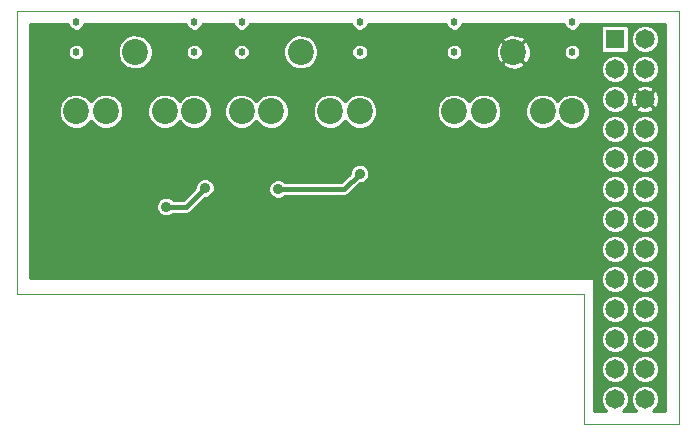
<source format=gbl>
%FSLAX34Y34*%
G04 Gerber Fmt 3.4, Leading zero omitted, Abs format*
G04 (created by PCBNEW (2014-05-22 BZR 4881)-product) date Fri 30 May 2014 08:08:43 PM EDT*
%MOIN*%
G01*
G70*
G90*
G04 APERTURE LIST*
%ADD10C,0.003937*%
%ADD11R,0.064961X0.064961*%
%ADD12C,0.064961*%
%ADD13C,0.024606*%
%ADD14C,0.086614*%
%ADD15C,0.035000*%
%ADD16C,0.015748*%
%ADD17C,0.010000*%
G04 APERTURE END LIST*
G54D10*
X58267Y-48818D02*
X39370Y-48818D01*
X58267Y-53149D02*
X58267Y-48818D01*
X61417Y-53149D02*
X58267Y-53149D01*
X61417Y-39370D02*
X61417Y-53149D01*
X39370Y-39370D02*
X39370Y-48818D01*
X39370Y-39370D02*
X61417Y-39370D01*
G54D11*
X59291Y-40314D03*
G54D12*
X60291Y-40314D03*
X59291Y-41314D03*
X60291Y-41314D03*
X59291Y-42314D03*
X60291Y-42314D03*
X59291Y-43314D03*
X60291Y-43314D03*
X59291Y-44314D03*
X60291Y-44314D03*
X59291Y-45314D03*
X60291Y-45314D03*
X59291Y-46314D03*
X60291Y-46314D03*
X59291Y-47314D03*
X60291Y-47314D03*
X59291Y-48314D03*
X60291Y-48314D03*
X59291Y-49314D03*
X60291Y-49314D03*
X59291Y-50314D03*
X60291Y-50314D03*
X59291Y-51314D03*
X60291Y-51314D03*
X59291Y-52314D03*
X60291Y-52314D03*
G54D13*
X50787Y-39763D03*
X50787Y-40748D03*
X46850Y-39763D03*
X46850Y-40748D03*
G54D14*
X48818Y-40748D03*
X46850Y-42716D03*
X50787Y-42716D03*
X47834Y-42716D03*
X49803Y-42716D03*
G54D13*
X57874Y-39763D03*
X57874Y-40748D03*
X53937Y-39763D03*
X53937Y-40748D03*
G54D14*
X55905Y-40748D03*
X53937Y-42716D03*
X57874Y-42716D03*
X54921Y-42716D03*
X56889Y-42716D03*
G54D13*
X45275Y-39763D03*
X45275Y-40748D03*
X41338Y-39763D03*
X41338Y-40748D03*
G54D14*
X43307Y-40748D03*
X41338Y-42716D03*
X45275Y-42716D03*
X42322Y-42716D03*
X44291Y-42716D03*
G54D15*
X56299Y-43543D03*
X50275Y-44370D03*
X44803Y-44409D03*
X44330Y-45905D03*
X45629Y-45275D03*
X50787Y-44803D03*
X48070Y-45314D03*
G54D16*
X45000Y-45905D02*
X45629Y-45275D01*
X44330Y-45905D02*
X45000Y-45905D01*
X50275Y-45314D02*
X48070Y-45314D01*
X50787Y-44803D02*
X50275Y-45314D01*
G54D17*
G36*
X60973Y-52705D02*
X60768Y-52705D01*
X60768Y-42234D01*
X60766Y-42227D01*
X60766Y-41220D01*
X60766Y-40220D01*
X60694Y-40046D01*
X60560Y-39912D01*
X60386Y-39840D01*
X60197Y-39840D01*
X60022Y-39912D01*
X59889Y-40045D01*
X59816Y-40220D01*
X59816Y-40408D01*
X59888Y-40583D01*
X60022Y-40717D01*
X60196Y-40789D01*
X60385Y-40789D01*
X60559Y-40717D01*
X60693Y-40584D01*
X60766Y-40409D01*
X60766Y-40220D01*
X60766Y-41220D01*
X60694Y-41046D01*
X60560Y-40912D01*
X60386Y-40840D01*
X60197Y-40840D01*
X60022Y-40912D01*
X59889Y-41045D01*
X59816Y-41220D01*
X59816Y-41408D01*
X59888Y-41583D01*
X60022Y-41717D01*
X60196Y-41789D01*
X60385Y-41789D01*
X60559Y-41717D01*
X60693Y-41584D01*
X60766Y-41409D01*
X60766Y-41220D01*
X60766Y-42227D01*
X60701Y-42057D01*
X60685Y-42034D01*
X60610Y-42002D01*
X60603Y-42009D01*
X60603Y-41995D01*
X60571Y-41920D01*
X60399Y-41843D01*
X60210Y-41837D01*
X60034Y-41904D01*
X60010Y-41920D01*
X59979Y-41995D01*
X60291Y-42307D01*
X60603Y-41995D01*
X60603Y-42009D01*
X60298Y-42314D01*
X60610Y-42627D01*
X60685Y-42595D01*
X60763Y-42423D01*
X60768Y-42234D01*
X60768Y-52705D01*
X60571Y-52705D01*
X60693Y-52584D01*
X60766Y-52409D01*
X60766Y-52220D01*
X60766Y-51220D01*
X60766Y-50220D01*
X60766Y-49220D01*
X60766Y-48220D01*
X60766Y-47220D01*
X60766Y-46220D01*
X60766Y-45220D01*
X60766Y-44220D01*
X60766Y-43220D01*
X60694Y-43046D01*
X60603Y-42955D01*
X60603Y-42634D01*
X60291Y-42322D01*
X60284Y-42329D01*
X60284Y-42314D01*
X59972Y-42002D01*
X59896Y-42034D01*
X59819Y-42206D01*
X59814Y-42395D01*
X59881Y-42572D01*
X59896Y-42595D01*
X59972Y-42627D01*
X60284Y-42314D01*
X60284Y-42329D01*
X59979Y-42634D01*
X60010Y-42709D01*
X60183Y-42786D01*
X60372Y-42792D01*
X60548Y-42725D01*
X60571Y-42709D01*
X60603Y-42634D01*
X60603Y-42955D01*
X60560Y-42912D01*
X60386Y-42840D01*
X60197Y-42840D01*
X60022Y-42912D01*
X59889Y-43045D01*
X59816Y-43220D01*
X59816Y-43408D01*
X59888Y-43583D01*
X60022Y-43717D01*
X60196Y-43789D01*
X60385Y-43789D01*
X60559Y-43717D01*
X60693Y-43584D01*
X60766Y-43409D01*
X60766Y-43220D01*
X60766Y-44220D01*
X60694Y-44046D01*
X60560Y-43912D01*
X60386Y-43840D01*
X60197Y-43840D01*
X60022Y-43912D01*
X59889Y-44045D01*
X59816Y-44220D01*
X59816Y-44408D01*
X59888Y-44583D01*
X60022Y-44717D01*
X60196Y-44789D01*
X60385Y-44789D01*
X60559Y-44717D01*
X60693Y-44584D01*
X60766Y-44409D01*
X60766Y-44220D01*
X60766Y-45220D01*
X60694Y-45046D01*
X60560Y-44912D01*
X60386Y-44840D01*
X60197Y-44840D01*
X60022Y-44912D01*
X59889Y-45045D01*
X59816Y-45220D01*
X59816Y-45408D01*
X59888Y-45583D01*
X60022Y-45717D01*
X60196Y-45789D01*
X60385Y-45789D01*
X60559Y-45717D01*
X60693Y-45584D01*
X60766Y-45409D01*
X60766Y-45220D01*
X60766Y-46220D01*
X60694Y-46046D01*
X60560Y-45912D01*
X60386Y-45840D01*
X60197Y-45840D01*
X60022Y-45912D01*
X59889Y-46045D01*
X59816Y-46220D01*
X59816Y-46408D01*
X59888Y-46583D01*
X60022Y-46717D01*
X60196Y-46789D01*
X60385Y-46789D01*
X60559Y-46717D01*
X60693Y-46584D01*
X60766Y-46409D01*
X60766Y-46220D01*
X60766Y-47220D01*
X60694Y-47046D01*
X60560Y-46912D01*
X60386Y-46840D01*
X60197Y-46840D01*
X60022Y-46912D01*
X59889Y-47045D01*
X59816Y-47220D01*
X59816Y-47408D01*
X59888Y-47583D01*
X60022Y-47717D01*
X60196Y-47789D01*
X60385Y-47789D01*
X60559Y-47717D01*
X60693Y-47584D01*
X60766Y-47409D01*
X60766Y-47220D01*
X60766Y-48220D01*
X60694Y-48046D01*
X60560Y-47912D01*
X60386Y-47840D01*
X60197Y-47840D01*
X60022Y-47912D01*
X59889Y-48045D01*
X59816Y-48220D01*
X59816Y-48408D01*
X59888Y-48583D01*
X60022Y-48717D01*
X60196Y-48789D01*
X60385Y-48789D01*
X60559Y-48717D01*
X60693Y-48584D01*
X60766Y-48409D01*
X60766Y-48220D01*
X60766Y-49220D01*
X60694Y-49046D01*
X60560Y-48912D01*
X60386Y-48840D01*
X60197Y-48840D01*
X60022Y-48912D01*
X59889Y-49045D01*
X59816Y-49220D01*
X59816Y-49408D01*
X59888Y-49583D01*
X60022Y-49717D01*
X60196Y-49789D01*
X60385Y-49789D01*
X60559Y-49717D01*
X60693Y-49584D01*
X60766Y-49409D01*
X60766Y-49220D01*
X60766Y-50220D01*
X60694Y-50046D01*
X60560Y-49912D01*
X60386Y-49840D01*
X60197Y-49840D01*
X60022Y-49912D01*
X59889Y-50045D01*
X59816Y-50220D01*
X59816Y-50408D01*
X59888Y-50583D01*
X60022Y-50717D01*
X60196Y-50789D01*
X60385Y-50789D01*
X60559Y-50717D01*
X60693Y-50584D01*
X60766Y-50409D01*
X60766Y-50220D01*
X60766Y-51220D01*
X60694Y-51046D01*
X60560Y-50912D01*
X60386Y-50840D01*
X60197Y-50840D01*
X60022Y-50912D01*
X59889Y-51045D01*
X59816Y-51220D01*
X59816Y-51408D01*
X59888Y-51583D01*
X60022Y-51717D01*
X60196Y-51789D01*
X60385Y-51789D01*
X60559Y-51717D01*
X60693Y-51584D01*
X60766Y-51409D01*
X60766Y-51220D01*
X60766Y-52220D01*
X60694Y-52046D01*
X60560Y-51912D01*
X60386Y-51840D01*
X60197Y-51840D01*
X60022Y-51912D01*
X59889Y-52045D01*
X59816Y-52220D01*
X59816Y-52408D01*
X59888Y-52583D01*
X60010Y-52705D01*
X59571Y-52705D01*
X59693Y-52584D01*
X59766Y-52409D01*
X59766Y-52220D01*
X59766Y-51220D01*
X59766Y-50220D01*
X59766Y-49220D01*
X59766Y-48220D01*
X59766Y-47220D01*
X59766Y-46220D01*
X59766Y-45220D01*
X59766Y-44220D01*
X59766Y-43220D01*
X59766Y-42220D01*
X59766Y-41220D01*
X59766Y-41220D01*
X59766Y-40669D01*
X59766Y-40609D01*
X59766Y-39960D01*
X59743Y-39905D01*
X59701Y-39862D01*
X59645Y-39840D01*
X59586Y-39840D01*
X58936Y-39840D01*
X58881Y-39862D01*
X58839Y-39905D01*
X58816Y-39960D01*
X58816Y-40019D01*
X58816Y-40669D01*
X58839Y-40724D01*
X58881Y-40766D01*
X58936Y-40789D01*
X58996Y-40789D01*
X59645Y-40789D01*
X59701Y-40766D01*
X59743Y-40724D01*
X59766Y-40669D01*
X59766Y-41220D01*
X59694Y-41046D01*
X59560Y-40912D01*
X59386Y-40840D01*
X59197Y-40840D01*
X59022Y-40912D01*
X58889Y-41045D01*
X58816Y-41220D01*
X58816Y-41408D01*
X58888Y-41583D01*
X59022Y-41717D01*
X59196Y-41789D01*
X59385Y-41789D01*
X59559Y-41717D01*
X59693Y-41584D01*
X59766Y-41409D01*
X59766Y-41220D01*
X59766Y-42220D01*
X59694Y-42046D01*
X59560Y-41912D01*
X59386Y-41840D01*
X59197Y-41840D01*
X59022Y-41912D01*
X58889Y-42045D01*
X58816Y-42220D01*
X58816Y-42408D01*
X58888Y-42583D01*
X59022Y-42717D01*
X59196Y-42789D01*
X59385Y-42789D01*
X59559Y-42717D01*
X59693Y-42584D01*
X59766Y-42409D01*
X59766Y-42220D01*
X59766Y-43220D01*
X59694Y-43046D01*
X59560Y-42912D01*
X59386Y-42840D01*
X59197Y-42840D01*
X59022Y-42912D01*
X58889Y-43045D01*
X58816Y-43220D01*
X58816Y-43408D01*
X58888Y-43583D01*
X59022Y-43717D01*
X59196Y-43789D01*
X59385Y-43789D01*
X59559Y-43717D01*
X59693Y-43584D01*
X59766Y-43409D01*
X59766Y-43220D01*
X59766Y-44220D01*
X59694Y-44046D01*
X59560Y-43912D01*
X59386Y-43840D01*
X59197Y-43840D01*
X59022Y-43912D01*
X58889Y-44045D01*
X58816Y-44220D01*
X58816Y-44408D01*
X58888Y-44583D01*
X59022Y-44717D01*
X59196Y-44789D01*
X59385Y-44789D01*
X59559Y-44717D01*
X59693Y-44584D01*
X59766Y-44409D01*
X59766Y-44220D01*
X59766Y-45220D01*
X59694Y-45046D01*
X59560Y-44912D01*
X59386Y-44840D01*
X59197Y-44840D01*
X59022Y-44912D01*
X58889Y-45045D01*
X58816Y-45220D01*
X58816Y-45408D01*
X58888Y-45583D01*
X59022Y-45717D01*
X59196Y-45789D01*
X59385Y-45789D01*
X59559Y-45717D01*
X59693Y-45584D01*
X59766Y-45409D01*
X59766Y-45220D01*
X59766Y-46220D01*
X59694Y-46046D01*
X59560Y-45912D01*
X59386Y-45840D01*
X59197Y-45840D01*
X59022Y-45912D01*
X58889Y-46045D01*
X58816Y-46220D01*
X58816Y-46408D01*
X58888Y-46583D01*
X59022Y-46717D01*
X59196Y-46789D01*
X59385Y-46789D01*
X59559Y-46717D01*
X59693Y-46584D01*
X59766Y-46409D01*
X59766Y-46220D01*
X59766Y-47220D01*
X59694Y-47046D01*
X59560Y-46912D01*
X59386Y-46840D01*
X59197Y-46840D01*
X59022Y-46912D01*
X58889Y-47045D01*
X58816Y-47220D01*
X58816Y-47408D01*
X58888Y-47583D01*
X59022Y-47717D01*
X59196Y-47789D01*
X59385Y-47789D01*
X59559Y-47717D01*
X59693Y-47584D01*
X59766Y-47409D01*
X59766Y-47220D01*
X59766Y-48220D01*
X59694Y-48046D01*
X59560Y-47912D01*
X59386Y-47840D01*
X59197Y-47840D01*
X59022Y-47912D01*
X58889Y-48045D01*
X58816Y-48220D01*
X58816Y-48408D01*
X58888Y-48583D01*
X59022Y-48717D01*
X59196Y-48789D01*
X59385Y-48789D01*
X59559Y-48717D01*
X59693Y-48584D01*
X59766Y-48409D01*
X59766Y-48220D01*
X59766Y-49220D01*
X59694Y-49046D01*
X59560Y-48912D01*
X59386Y-48840D01*
X59197Y-48840D01*
X59022Y-48912D01*
X58889Y-49045D01*
X58816Y-49220D01*
X58816Y-49408D01*
X58888Y-49583D01*
X59022Y-49717D01*
X59196Y-49789D01*
X59385Y-49789D01*
X59559Y-49717D01*
X59693Y-49584D01*
X59766Y-49409D01*
X59766Y-49220D01*
X59766Y-50220D01*
X59694Y-50046D01*
X59560Y-49912D01*
X59386Y-49840D01*
X59197Y-49840D01*
X59022Y-49912D01*
X58889Y-50045D01*
X58816Y-50220D01*
X58816Y-50408D01*
X58888Y-50583D01*
X59022Y-50717D01*
X59196Y-50789D01*
X59385Y-50789D01*
X59559Y-50717D01*
X59693Y-50584D01*
X59766Y-50409D01*
X59766Y-50220D01*
X59766Y-51220D01*
X59694Y-51046D01*
X59560Y-50912D01*
X59386Y-50840D01*
X59197Y-50840D01*
X59022Y-50912D01*
X58889Y-51045D01*
X58816Y-51220D01*
X58816Y-51408D01*
X58888Y-51583D01*
X59022Y-51717D01*
X59196Y-51789D01*
X59385Y-51789D01*
X59559Y-51717D01*
X59693Y-51584D01*
X59766Y-51409D01*
X59766Y-51220D01*
X59766Y-52220D01*
X59694Y-52046D01*
X59560Y-51912D01*
X59386Y-51840D01*
X59197Y-51840D01*
X59022Y-51912D01*
X58889Y-52045D01*
X58816Y-52220D01*
X58816Y-52408D01*
X58888Y-52583D01*
X59010Y-52705D01*
X58593Y-52705D01*
X58593Y-48296D01*
X58457Y-48296D01*
X58457Y-42601D01*
X58368Y-42386D01*
X58204Y-42222D01*
X58147Y-42198D01*
X58147Y-40693D01*
X58105Y-40593D01*
X58028Y-40516D01*
X57928Y-40475D01*
X57819Y-40474D01*
X57719Y-40516D01*
X57642Y-40593D01*
X57601Y-40693D01*
X57600Y-40802D01*
X57642Y-40902D01*
X57719Y-40979D01*
X57819Y-41021D01*
X57928Y-41021D01*
X58028Y-40979D01*
X58105Y-40902D01*
X58146Y-40802D01*
X58147Y-40693D01*
X58147Y-42198D01*
X57990Y-42133D01*
X57758Y-42133D01*
X57544Y-42221D01*
X57381Y-42384D01*
X57220Y-42222D01*
X57006Y-42133D01*
X56774Y-42133D01*
X56559Y-42221D01*
X56491Y-42289D01*
X56491Y-40650D01*
X56409Y-40433D01*
X56389Y-40402D01*
X56302Y-40357D01*
X56295Y-40364D01*
X56295Y-40350D01*
X56250Y-40264D01*
X56039Y-40168D01*
X55807Y-40161D01*
X55590Y-40243D01*
X55560Y-40264D01*
X55515Y-40350D01*
X55905Y-40740D01*
X56295Y-40350D01*
X56295Y-40364D01*
X55912Y-40748D01*
X56302Y-41138D01*
X56389Y-41093D01*
X56484Y-40881D01*
X56491Y-40650D01*
X56491Y-42289D01*
X56395Y-42385D01*
X56306Y-42600D01*
X56306Y-42832D01*
X56395Y-43046D01*
X56559Y-43210D01*
X56773Y-43299D01*
X57005Y-43299D01*
X57219Y-43211D01*
X57382Y-43048D01*
X57543Y-43210D01*
X57757Y-43299D01*
X57989Y-43299D01*
X58203Y-43211D01*
X58368Y-43047D01*
X58456Y-42833D01*
X58457Y-42601D01*
X58457Y-48296D01*
X56295Y-48296D01*
X56295Y-41145D01*
X55905Y-40755D01*
X55898Y-40762D01*
X55898Y-40748D01*
X55508Y-40357D01*
X55421Y-40402D01*
X55326Y-40614D01*
X55319Y-40845D01*
X55401Y-41062D01*
X55421Y-41093D01*
X55508Y-41138D01*
X55898Y-40748D01*
X55898Y-40762D01*
X55515Y-41145D01*
X55560Y-41231D01*
X55771Y-41327D01*
X56003Y-41334D01*
X56220Y-41252D01*
X56250Y-41231D01*
X56295Y-41145D01*
X56295Y-48296D01*
X55504Y-48296D01*
X55504Y-42601D01*
X55415Y-42386D01*
X55251Y-42222D01*
X55037Y-42133D01*
X54805Y-42133D01*
X54591Y-42221D01*
X54428Y-42384D01*
X54267Y-42222D01*
X54210Y-42198D01*
X54210Y-40693D01*
X54168Y-40593D01*
X54091Y-40516D01*
X53991Y-40475D01*
X53882Y-40474D01*
X53782Y-40516D01*
X53705Y-40593D01*
X53664Y-40693D01*
X53663Y-40802D01*
X53705Y-40902D01*
X53782Y-40979D01*
X53882Y-41021D01*
X53991Y-41021D01*
X54091Y-40979D01*
X54168Y-40902D01*
X54209Y-40802D01*
X54210Y-40693D01*
X54210Y-42198D01*
X54053Y-42133D01*
X53821Y-42133D01*
X53607Y-42221D01*
X53442Y-42385D01*
X53354Y-42600D01*
X53353Y-42832D01*
X53442Y-43046D01*
X53606Y-43210D01*
X53820Y-43299D01*
X54052Y-43299D01*
X54266Y-43211D01*
X54429Y-43048D01*
X54590Y-43210D01*
X54804Y-43299D01*
X55036Y-43299D01*
X55251Y-43211D01*
X55415Y-43047D01*
X55504Y-42833D01*
X55504Y-42601D01*
X55504Y-48296D01*
X51370Y-48296D01*
X51370Y-42601D01*
X51281Y-42386D01*
X51118Y-42222D01*
X51060Y-42198D01*
X51060Y-40693D01*
X51019Y-40593D01*
X50942Y-40516D01*
X50841Y-40475D01*
X50733Y-40474D01*
X50632Y-40516D01*
X50556Y-40593D01*
X50514Y-40693D01*
X50514Y-40802D01*
X50555Y-40902D01*
X50632Y-40979D01*
X50732Y-41021D01*
X50841Y-41021D01*
X50941Y-40979D01*
X51018Y-40902D01*
X51060Y-40802D01*
X51060Y-40693D01*
X51060Y-42198D01*
X50903Y-42133D01*
X50671Y-42133D01*
X50457Y-42221D01*
X50295Y-42384D01*
X50133Y-42222D01*
X49919Y-42133D01*
X49687Y-42133D01*
X49473Y-42221D01*
X49402Y-42293D01*
X49402Y-40632D01*
X49313Y-40418D01*
X49149Y-40254D01*
X48935Y-40165D01*
X48703Y-40164D01*
X48489Y-40253D01*
X48324Y-40417D01*
X48235Y-40631D01*
X48235Y-40863D01*
X48324Y-41077D01*
X48488Y-41242D01*
X48702Y-41331D01*
X48934Y-41331D01*
X49148Y-41242D01*
X49312Y-41078D01*
X49401Y-40864D01*
X49402Y-40632D01*
X49402Y-42293D01*
X49309Y-42385D01*
X49220Y-42600D01*
X49219Y-42832D01*
X49308Y-43046D01*
X49472Y-43210D01*
X49686Y-43299D01*
X49918Y-43299D01*
X50133Y-43211D01*
X50295Y-43048D01*
X50456Y-43210D01*
X50670Y-43299D01*
X50902Y-43299D01*
X51117Y-43211D01*
X51281Y-43047D01*
X51370Y-42833D01*
X51370Y-42601D01*
X51370Y-48296D01*
X51112Y-48296D01*
X51112Y-44738D01*
X51063Y-44619D01*
X50971Y-44527D01*
X50852Y-44478D01*
X50723Y-44478D01*
X50603Y-44527D01*
X50512Y-44618D01*
X50462Y-44738D01*
X50462Y-44804D01*
X50180Y-45086D01*
X48417Y-45086D01*
X48417Y-42601D01*
X48329Y-42386D01*
X48165Y-42222D01*
X47951Y-42133D01*
X47719Y-42133D01*
X47504Y-42221D01*
X47342Y-42384D01*
X47181Y-42222D01*
X47123Y-42198D01*
X47123Y-40693D01*
X47081Y-40593D01*
X47005Y-40516D01*
X46904Y-40475D01*
X46796Y-40474D01*
X46695Y-40516D01*
X46619Y-40593D01*
X46577Y-40693D01*
X46577Y-40802D01*
X46618Y-40902D01*
X46695Y-40979D01*
X46795Y-41021D01*
X46904Y-41021D01*
X47004Y-40979D01*
X47081Y-40902D01*
X47123Y-40802D01*
X47123Y-40693D01*
X47123Y-42198D01*
X46966Y-42133D01*
X46734Y-42133D01*
X46520Y-42221D01*
X46356Y-42385D01*
X46267Y-42600D01*
X46267Y-42832D01*
X46355Y-43046D01*
X46519Y-43210D01*
X46733Y-43299D01*
X46965Y-43299D01*
X47180Y-43211D01*
X47342Y-43048D01*
X47503Y-43210D01*
X47718Y-43299D01*
X47950Y-43299D01*
X48164Y-43211D01*
X48328Y-43047D01*
X48417Y-42833D01*
X48417Y-42601D01*
X48417Y-45086D01*
X48301Y-45086D01*
X48255Y-45039D01*
X48135Y-44990D01*
X48006Y-44989D01*
X47887Y-45039D01*
X47795Y-45130D01*
X47745Y-45250D01*
X47745Y-45379D01*
X47795Y-45498D01*
X47886Y-45590D01*
X48005Y-45639D01*
X48135Y-45640D01*
X48254Y-45590D01*
X48301Y-45543D01*
X50275Y-45543D01*
X50363Y-45526D01*
X50437Y-45476D01*
X50785Y-45128D01*
X50851Y-45128D01*
X50971Y-45078D01*
X51062Y-44987D01*
X51112Y-44868D01*
X51112Y-44738D01*
X51112Y-48296D01*
X45954Y-48296D01*
X45954Y-45211D01*
X45905Y-45091D01*
X45858Y-45044D01*
X45858Y-42601D01*
X45770Y-42386D01*
X45606Y-42222D01*
X45548Y-42198D01*
X45548Y-40693D01*
X45507Y-40593D01*
X45430Y-40516D01*
X45330Y-40475D01*
X45221Y-40474D01*
X45121Y-40516D01*
X45044Y-40593D01*
X45002Y-40693D01*
X45002Y-40802D01*
X45043Y-40902D01*
X45120Y-40979D01*
X45221Y-41021D01*
X45329Y-41021D01*
X45430Y-40979D01*
X45506Y-40902D01*
X45548Y-40802D01*
X45548Y-40693D01*
X45548Y-42198D01*
X45392Y-42133D01*
X45160Y-42133D01*
X44945Y-42221D01*
X44783Y-42384D01*
X44622Y-42222D01*
X44407Y-42133D01*
X44175Y-42133D01*
X43961Y-42221D01*
X43890Y-42293D01*
X43890Y-40632D01*
X43801Y-40418D01*
X43637Y-40254D01*
X43423Y-40165D01*
X43191Y-40164D01*
X42977Y-40253D01*
X42813Y-40417D01*
X42724Y-40631D01*
X42723Y-40863D01*
X42812Y-41077D01*
X42976Y-41242D01*
X43190Y-41331D01*
X43422Y-41331D01*
X43636Y-41242D01*
X43801Y-41078D01*
X43890Y-40864D01*
X43890Y-40632D01*
X43890Y-42293D01*
X43797Y-42385D01*
X43708Y-42600D01*
X43708Y-42832D01*
X43796Y-43046D01*
X43960Y-43210D01*
X44174Y-43299D01*
X44406Y-43299D01*
X44621Y-43211D01*
X44783Y-43048D01*
X44944Y-43210D01*
X45159Y-43299D01*
X45391Y-43299D01*
X45605Y-43211D01*
X45769Y-43047D01*
X45858Y-42833D01*
X45858Y-42601D01*
X45858Y-45044D01*
X45814Y-45000D01*
X45694Y-44950D01*
X45565Y-44950D01*
X45446Y-44999D01*
X45354Y-45091D01*
X45304Y-45210D01*
X45304Y-45277D01*
X44905Y-45676D01*
X44561Y-45676D01*
X44515Y-45630D01*
X44395Y-45580D01*
X44266Y-45580D01*
X44146Y-45629D01*
X44055Y-45721D01*
X44005Y-45840D01*
X44005Y-45969D01*
X44055Y-46089D01*
X44146Y-46180D01*
X44265Y-46230D01*
X44395Y-46230D01*
X44514Y-46181D01*
X44561Y-46134D01*
X45000Y-46134D01*
X45087Y-46116D01*
X45161Y-46067D01*
X45628Y-45600D01*
X45694Y-45600D01*
X45813Y-45551D01*
X45905Y-45459D01*
X45954Y-45340D01*
X45954Y-45211D01*
X45954Y-48296D01*
X42906Y-48296D01*
X42906Y-42601D01*
X42817Y-42386D01*
X42653Y-42222D01*
X42439Y-42133D01*
X42207Y-42133D01*
X41992Y-42221D01*
X41830Y-42384D01*
X41669Y-42222D01*
X41611Y-42198D01*
X41611Y-40693D01*
X41570Y-40593D01*
X41493Y-40516D01*
X41393Y-40475D01*
X41284Y-40474D01*
X41184Y-40516D01*
X41107Y-40593D01*
X41065Y-40693D01*
X41065Y-40802D01*
X41106Y-40902D01*
X41183Y-40979D01*
X41284Y-41021D01*
X41392Y-41021D01*
X41493Y-40979D01*
X41569Y-40902D01*
X41611Y-40802D01*
X41611Y-40693D01*
X41611Y-42198D01*
X41455Y-42133D01*
X41223Y-42133D01*
X41008Y-42221D01*
X40844Y-42385D01*
X40755Y-42600D01*
X40755Y-42832D01*
X40843Y-43046D01*
X41007Y-43210D01*
X41222Y-43299D01*
X41454Y-43299D01*
X41668Y-43211D01*
X41830Y-43048D01*
X41992Y-43210D01*
X42206Y-43299D01*
X42438Y-43299D01*
X42652Y-43211D01*
X42816Y-43047D01*
X42905Y-42833D01*
X42906Y-42601D01*
X42906Y-48296D01*
X39813Y-48296D01*
X39813Y-39813D01*
X41065Y-39813D01*
X41065Y-39817D01*
X41106Y-39918D01*
X41183Y-39995D01*
X41284Y-40036D01*
X41392Y-40036D01*
X41493Y-39995D01*
X41569Y-39918D01*
X41611Y-39818D01*
X41611Y-39813D01*
X45002Y-39813D01*
X45002Y-39817D01*
X45043Y-39918D01*
X45120Y-39995D01*
X45221Y-40036D01*
X45329Y-40036D01*
X45430Y-39995D01*
X45506Y-39918D01*
X45548Y-39818D01*
X45548Y-39813D01*
X46577Y-39813D01*
X46577Y-39817D01*
X46618Y-39918D01*
X46695Y-39995D01*
X46795Y-40036D01*
X46904Y-40036D01*
X47004Y-39995D01*
X47081Y-39918D01*
X47123Y-39818D01*
X47123Y-39813D01*
X50514Y-39813D01*
X50514Y-39817D01*
X50555Y-39918D01*
X50632Y-39995D01*
X50732Y-40036D01*
X50841Y-40036D01*
X50941Y-39995D01*
X51018Y-39918D01*
X51060Y-39818D01*
X51060Y-39813D01*
X53663Y-39813D01*
X53663Y-39817D01*
X53705Y-39918D01*
X53782Y-39995D01*
X53882Y-40036D01*
X53991Y-40036D01*
X54091Y-39995D01*
X54168Y-39918D01*
X54209Y-39818D01*
X54209Y-39813D01*
X57600Y-39813D01*
X57600Y-39817D01*
X57642Y-39918D01*
X57719Y-39995D01*
X57819Y-40036D01*
X57928Y-40036D01*
X58028Y-39995D01*
X58105Y-39918D01*
X58146Y-39818D01*
X58147Y-39813D01*
X60973Y-39813D01*
X60973Y-52705D01*
X60973Y-52705D01*
G37*
X60973Y-52705D02*
X60768Y-52705D01*
X60768Y-42234D01*
X60766Y-42227D01*
X60766Y-41220D01*
X60766Y-40220D01*
X60694Y-40046D01*
X60560Y-39912D01*
X60386Y-39840D01*
X60197Y-39840D01*
X60022Y-39912D01*
X59889Y-40045D01*
X59816Y-40220D01*
X59816Y-40408D01*
X59888Y-40583D01*
X60022Y-40717D01*
X60196Y-40789D01*
X60385Y-40789D01*
X60559Y-40717D01*
X60693Y-40584D01*
X60766Y-40409D01*
X60766Y-40220D01*
X60766Y-41220D01*
X60694Y-41046D01*
X60560Y-40912D01*
X60386Y-40840D01*
X60197Y-40840D01*
X60022Y-40912D01*
X59889Y-41045D01*
X59816Y-41220D01*
X59816Y-41408D01*
X59888Y-41583D01*
X60022Y-41717D01*
X60196Y-41789D01*
X60385Y-41789D01*
X60559Y-41717D01*
X60693Y-41584D01*
X60766Y-41409D01*
X60766Y-41220D01*
X60766Y-42227D01*
X60701Y-42057D01*
X60685Y-42034D01*
X60610Y-42002D01*
X60603Y-42009D01*
X60603Y-41995D01*
X60571Y-41920D01*
X60399Y-41843D01*
X60210Y-41837D01*
X60034Y-41904D01*
X60010Y-41920D01*
X59979Y-41995D01*
X60291Y-42307D01*
X60603Y-41995D01*
X60603Y-42009D01*
X60298Y-42314D01*
X60610Y-42627D01*
X60685Y-42595D01*
X60763Y-42423D01*
X60768Y-42234D01*
X60768Y-52705D01*
X60571Y-52705D01*
X60693Y-52584D01*
X60766Y-52409D01*
X60766Y-52220D01*
X60766Y-51220D01*
X60766Y-50220D01*
X60766Y-49220D01*
X60766Y-48220D01*
X60766Y-47220D01*
X60766Y-46220D01*
X60766Y-45220D01*
X60766Y-44220D01*
X60766Y-43220D01*
X60694Y-43046D01*
X60603Y-42955D01*
X60603Y-42634D01*
X60291Y-42322D01*
X60284Y-42329D01*
X60284Y-42314D01*
X59972Y-42002D01*
X59896Y-42034D01*
X59819Y-42206D01*
X59814Y-42395D01*
X59881Y-42572D01*
X59896Y-42595D01*
X59972Y-42627D01*
X60284Y-42314D01*
X60284Y-42329D01*
X59979Y-42634D01*
X60010Y-42709D01*
X60183Y-42786D01*
X60372Y-42792D01*
X60548Y-42725D01*
X60571Y-42709D01*
X60603Y-42634D01*
X60603Y-42955D01*
X60560Y-42912D01*
X60386Y-42840D01*
X60197Y-42840D01*
X60022Y-42912D01*
X59889Y-43045D01*
X59816Y-43220D01*
X59816Y-43408D01*
X59888Y-43583D01*
X60022Y-43717D01*
X60196Y-43789D01*
X60385Y-43789D01*
X60559Y-43717D01*
X60693Y-43584D01*
X60766Y-43409D01*
X60766Y-43220D01*
X60766Y-44220D01*
X60694Y-44046D01*
X60560Y-43912D01*
X60386Y-43840D01*
X60197Y-43840D01*
X60022Y-43912D01*
X59889Y-44045D01*
X59816Y-44220D01*
X59816Y-44408D01*
X59888Y-44583D01*
X60022Y-44717D01*
X60196Y-44789D01*
X60385Y-44789D01*
X60559Y-44717D01*
X60693Y-44584D01*
X60766Y-44409D01*
X60766Y-44220D01*
X60766Y-45220D01*
X60694Y-45046D01*
X60560Y-44912D01*
X60386Y-44840D01*
X60197Y-44840D01*
X60022Y-44912D01*
X59889Y-45045D01*
X59816Y-45220D01*
X59816Y-45408D01*
X59888Y-45583D01*
X60022Y-45717D01*
X60196Y-45789D01*
X60385Y-45789D01*
X60559Y-45717D01*
X60693Y-45584D01*
X60766Y-45409D01*
X60766Y-45220D01*
X60766Y-46220D01*
X60694Y-46046D01*
X60560Y-45912D01*
X60386Y-45840D01*
X60197Y-45840D01*
X60022Y-45912D01*
X59889Y-46045D01*
X59816Y-46220D01*
X59816Y-46408D01*
X59888Y-46583D01*
X60022Y-46717D01*
X60196Y-46789D01*
X60385Y-46789D01*
X60559Y-46717D01*
X60693Y-46584D01*
X60766Y-46409D01*
X60766Y-46220D01*
X60766Y-47220D01*
X60694Y-47046D01*
X60560Y-46912D01*
X60386Y-46840D01*
X60197Y-46840D01*
X60022Y-46912D01*
X59889Y-47045D01*
X59816Y-47220D01*
X59816Y-47408D01*
X59888Y-47583D01*
X60022Y-47717D01*
X60196Y-47789D01*
X60385Y-47789D01*
X60559Y-47717D01*
X60693Y-47584D01*
X60766Y-47409D01*
X60766Y-47220D01*
X60766Y-48220D01*
X60694Y-48046D01*
X60560Y-47912D01*
X60386Y-47840D01*
X60197Y-47840D01*
X60022Y-47912D01*
X59889Y-48045D01*
X59816Y-48220D01*
X59816Y-48408D01*
X59888Y-48583D01*
X60022Y-48717D01*
X60196Y-48789D01*
X60385Y-48789D01*
X60559Y-48717D01*
X60693Y-48584D01*
X60766Y-48409D01*
X60766Y-48220D01*
X60766Y-49220D01*
X60694Y-49046D01*
X60560Y-48912D01*
X60386Y-48840D01*
X60197Y-48840D01*
X60022Y-48912D01*
X59889Y-49045D01*
X59816Y-49220D01*
X59816Y-49408D01*
X59888Y-49583D01*
X60022Y-49717D01*
X60196Y-49789D01*
X60385Y-49789D01*
X60559Y-49717D01*
X60693Y-49584D01*
X60766Y-49409D01*
X60766Y-49220D01*
X60766Y-50220D01*
X60694Y-50046D01*
X60560Y-49912D01*
X60386Y-49840D01*
X60197Y-49840D01*
X60022Y-49912D01*
X59889Y-50045D01*
X59816Y-50220D01*
X59816Y-50408D01*
X59888Y-50583D01*
X60022Y-50717D01*
X60196Y-50789D01*
X60385Y-50789D01*
X60559Y-50717D01*
X60693Y-50584D01*
X60766Y-50409D01*
X60766Y-50220D01*
X60766Y-51220D01*
X60694Y-51046D01*
X60560Y-50912D01*
X60386Y-50840D01*
X60197Y-50840D01*
X60022Y-50912D01*
X59889Y-51045D01*
X59816Y-51220D01*
X59816Y-51408D01*
X59888Y-51583D01*
X60022Y-51717D01*
X60196Y-51789D01*
X60385Y-51789D01*
X60559Y-51717D01*
X60693Y-51584D01*
X60766Y-51409D01*
X60766Y-51220D01*
X60766Y-52220D01*
X60694Y-52046D01*
X60560Y-51912D01*
X60386Y-51840D01*
X60197Y-51840D01*
X60022Y-51912D01*
X59889Y-52045D01*
X59816Y-52220D01*
X59816Y-52408D01*
X59888Y-52583D01*
X60010Y-52705D01*
X59571Y-52705D01*
X59693Y-52584D01*
X59766Y-52409D01*
X59766Y-52220D01*
X59766Y-51220D01*
X59766Y-50220D01*
X59766Y-49220D01*
X59766Y-48220D01*
X59766Y-47220D01*
X59766Y-46220D01*
X59766Y-45220D01*
X59766Y-44220D01*
X59766Y-43220D01*
X59766Y-42220D01*
X59766Y-41220D01*
X59766Y-41220D01*
X59766Y-40669D01*
X59766Y-40609D01*
X59766Y-39960D01*
X59743Y-39905D01*
X59701Y-39862D01*
X59645Y-39840D01*
X59586Y-39840D01*
X58936Y-39840D01*
X58881Y-39862D01*
X58839Y-39905D01*
X58816Y-39960D01*
X58816Y-40019D01*
X58816Y-40669D01*
X58839Y-40724D01*
X58881Y-40766D01*
X58936Y-40789D01*
X58996Y-40789D01*
X59645Y-40789D01*
X59701Y-40766D01*
X59743Y-40724D01*
X59766Y-40669D01*
X59766Y-41220D01*
X59694Y-41046D01*
X59560Y-40912D01*
X59386Y-40840D01*
X59197Y-40840D01*
X59022Y-40912D01*
X58889Y-41045D01*
X58816Y-41220D01*
X58816Y-41408D01*
X58888Y-41583D01*
X59022Y-41717D01*
X59196Y-41789D01*
X59385Y-41789D01*
X59559Y-41717D01*
X59693Y-41584D01*
X59766Y-41409D01*
X59766Y-41220D01*
X59766Y-42220D01*
X59694Y-42046D01*
X59560Y-41912D01*
X59386Y-41840D01*
X59197Y-41840D01*
X59022Y-41912D01*
X58889Y-42045D01*
X58816Y-42220D01*
X58816Y-42408D01*
X58888Y-42583D01*
X59022Y-42717D01*
X59196Y-42789D01*
X59385Y-42789D01*
X59559Y-42717D01*
X59693Y-42584D01*
X59766Y-42409D01*
X59766Y-42220D01*
X59766Y-43220D01*
X59694Y-43046D01*
X59560Y-42912D01*
X59386Y-42840D01*
X59197Y-42840D01*
X59022Y-42912D01*
X58889Y-43045D01*
X58816Y-43220D01*
X58816Y-43408D01*
X58888Y-43583D01*
X59022Y-43717D01*
X59196Y-43789D01*
X59385Y-43789D01*
X59559Y-43717D01*
X59693Y-43584D01*
X59766Y-43409D01*
X59766Y-43220D01*
X59766Y-44220D01*
X59694Y-44046D01*
X59560Y-43912D01*
X59386Y-43840D01*
X59197Y-43840D01*
X59022Y-43912D01*
X58889Y-44045D01*
X58816Y-44220D01*
X58816Y-44408D01*
X58888Y-44583D01*
X59022Y-44717D01*
X59196Y-44789D01*
X59385Y-44789D01*
X59559Y-44717D01*
X59693Y-44584D01*
X59766Y-44409D01*
X59766Y-44220D01*
X59766Y-45220D01*
X59694Y-45046D01*
X59560Y-44912D01*
X59386Y-44840D01*
X59197Y-44840D01*
X59022Y-44912D01*
X58889Y-45045D01*
X58816Y-45220D01*
X58816Y-45408D01*
X58888Y-45583D01*
X59022Y-45717D01*
X59196Y-45789D01*
X59385Y-45789D01*
X59559Y-45717D01*
X59693Y-45584D01*
X59766Y-45409D01*
X59766Y-45220D01*
X59766Y-46220D01*
X59694Y-46046D01*
X59560Y-45912D01*
X59386Y-45840D01*
X59197Y-45840D01*
X59022Y-45912D01*
X58889Y-46045D01*
X58816Y-46220D01*
X58816Y-46408D01*
X58888Y-46583D01*
X59022Y-46717D01*
X59196Y-46789D01*
X59385Y-46789D01*
X59559Y-46717D01*
X59693Y-46584D01*
X59766Y-46409D01*
X59766Y-46220D01*
X59766Y-47220D01*
X59694Y-47046D01*
X59560Y-46912D01*
X59386Y-46840D01*
X59197Y-46840D01*
X59022Y-46912D01*
X58889Y-47045D01*
X58816Y-47220D01*
X58816Y-47408D01*
X58888Y-47583D01*
X59022Y-47717D01*
X59196Y-47789D01*
X59385Y-47789D01*
X59559Y-47717D01*
X59693Y-47584D01*
X59766Y-47409D01*
X59766Y-47220D01*
X59766Y-48220D01*
X59694Y-48046D01*
X59560Y-47912D01*
X59386Y-47840D01*
X59197Y-47840D01*
X59022Y-47912D01*
X58889Y-48045D01*
X58816Y-48220D01*
X58816Y-48408D01*
X58888Y-48583D01*
X59022Y-48717D01*
X59196Y-48789D01*
X59385Y-48789D01*
X59559Y-48717D01*
X59693Y-48584D01*
X59766Y-48409D01*
X59766Y-48220D01*
X59766Y-49220D01*
X59694Y-49046D01*
X59560Y-48912D01*
X59386Y-48840D01*
X59197Y-48840D01*
X59022Y-48912D01*
X58889Y-49045D01*
X58816Y-49220D01*
X58816Y-49408D01*
X58888Y-49583D01*
X59022Y-49717D01*
X59196Y-49789D01*
X59385Y-49789D01*
X59559Y-49717D01*
X59693Y-49584D01*
X59766Y-49409D01*
X59766Y-49220D01*
X59766Y-50220D01*
X59694Y-50046D01*
X59560Y-49912D01*
X59386Y-49840D01*
X59197Y-49840D01*
X59022Y-49912D01*
X58889Y-50045D01*
X58816Y-50220D01*
X58816Y-50408D01*
X58888Y-50583D01*
X59022Y-50717D01*
X59196Y-50789D01*
X59385Y-50789D01*
X59559Y-50717D01*
X59693Y-50584D01*
X59766Y-50409D01*
X59766Y-50220D01*
X59766Y-51220D01*
X59694Y-51046D01*
X59560Y-50912D01*
X59386Y-50840D01*
X59197Y-50840D01*
X59022Y-50912D01*
X58889Y-51045D01*
X58816Y-51220D01*
X58816Y-51408D01*
X58888Y-51583D01*
X59022Y-51717D01*
X59196Y-51789D01*
X59385Y-51789D01*
X59559Y-51717D01*
X59693Y-51584D01*
X59766Y-51409D01*
X59766Y-51220D01*
X59766Y-52220D01*
X59694Y-52046D01*
X59560Y-51912D01*
X59386Y-51840D01*
X59197Y-51840D01*
X59022Y-51912D01*
X58889Y-52045D01*
X58816Y-52220D01*
X58816Y-52408D01*
X58888Y-52583D01*
X59010Y-52705D01*
X58593Y-52705D01*
X58593Y-48296D01*
X58457Y-48296D01*
X58457Y-42601D01*
X58368Y-42386D01*
X58204Y-42222D01*
X58147Y-42198D01*
X58147Y-40693D01*
X58105Y-40593D01*
X58028Y-40516D01*
X57928Y-40475D01*
X57819Y-40474D01*
X57719Y-40516D01*
X57642Y-40593D01*
X57601Y-40693D01*
X57600Y-40802D01*
X57642Y-40902D01*
X57719Y-40979D01*
X57819Y-41021D01*
X57928Y-41021D01*
X58028Y-40979D01*
X58105Y-40902D01*
X58146Y-40802D01*
X58147Y-40693D01*
X58147Y-42198D01*
X57990Y-42133D01*
X57758Y-42133D01*
X57544Y-42221D01*
X57381Y-42384D01*
X57220Y-42222D01*
X57006Y-42133D01*
X56774Y-42133D01*
X56559Y-42221D01*
X56491Y-42289D01*
X56491Y-40650D01*
X56409Y-40433D01*
X56389Y-40402D01*
X56302Y-40357D01*
X56295Y-40364D01*
X56295Y-40350D01*
X56250Y-40264D01*
X56039Y-40168D01*
X55807Y-40161D01*
X55590Y-40243D01*
X55560Y-40264D01*
X55515Y-40350D01*
X55905Y-40740D01*
X56295Y-40350D01*
X56295Y-40364D01*
X55912Y-40748D01*
X56302Y-41138D01*
X56389Y-41093D01*
X56484Y-40881D01*
X56491Y-40650D01*
X56491Y-42289D01*
X56395Y-42385D01*
X56306Y-42600D01*
X56306Y-42832D01*
X56395Y-43046D01*
X56559Y-43210D01*
X56773Y-43299D01*
X57005Y-43299D01*
X57219Y-43211D01*
X57382Y-43048D01*
X57543Y-43210D01*
X57757Y-43299D01*
X57989Y-43299D01*
X58203Y-43211D01*
X58368Y-43047D01*
X58456Y-42833D01*
X58457Y-42601D01*
X58457Y-48296D01*
X56295Y-48296D01*
X56295Y-41145D01*
X55905Y-40755D01*
X55898Y-40762D01*
X55898Y-40748D01*
X55508Y-40357D01*
X55421Y-40402D01*
X55326Y-40614D01*
X55319Y-40845D01*
X55401Y-41062D01*
X55421Y-41093D01*
X55508Y-41138D01*
X55898Y-40748D01*
X55898Y-40762D01*
X55515Y-41145D01*
X55560Y-41231D01*
X55771Y-41327D01*
X56003Y-41334D01*
X56220Y-41252D01*
X56250Y-41231D01*
X56295Y-41145D01*
X56295Y-48296D01*
X55504Y-48296D01*
X55504Y-42601D01*
X55415Y-42386D01*
X55251Y-42222D01*
X55037Y-42133D01*
X54805Y-42133D01*
X54591Y-42221D01*
X54428Y-42384D01*
X54267Y-42222D01*
X54210Y-42198D01*
X54210Y-40693D01*
X54168Y-40593D01*
X54091Y-40516D01*
X53991Y-40475D01*
X53882Y-40474D01*
X53782Y-40516D01*
X53705Y-40593D01*
X53664Y-40693D01*
X53663Y-40802D01*
X53705Y-40902D01*
X53782Y-40979D01*
X53882Y-41021D01*
X53991Y-41021D01*
X54091Y-40979D01*
X54168Y-40902D01*
X54209Y-40802D01*
X54210Y-40693D01*
X54210Y-42198D01*
X54053Y-42133D01*
X53821Y-42133D01*
X53607Y-42221D01*
X53442Y-42385D01*
X53354Y-42600D01*
X53353Y-42832D01*
X53442Y-43046D01*
X53606Y-43210D01*
X53820Y-43299D01*
X54052Y-43299D01*
X54266Y-43211D01*
X54429Y-43048D01*
X54590Y-43210D01*
X54804Y-43299D01*
X55036Y-43299D01*
X55251Y-43211D01*
X55415Y-43047D01*
X55504Y-42833D01*
X55504Y-42601D01*
X55504Y-48296D01*
X51370Y-48296D01*
X51370Y-42601D01*
X51281Y-42386D01*
X51118Y-42222D01*
X51060Y-42198D01*
X51060Y-40693D01*
X51019Y-40593D01*
X50942Y-40516D01*
X50841Y-40475D01*
X50733Y-40474D01*
X50632Y-40516D01*
X50556Y-40593D01*
X50514Y-40693D01*
X50514Y-40802D01*
X50555Y-40902D01*
X50632Y-40979D01*
X50732Y-41021D01*
X50841Y-41021D01*
X50941Y-40979D01*
X51018Y-40902D01*
X51060Y-40802D01*
X51060Y-40693D01*
X51060Y-42198D01*
X50903Y-42133D01*
X50671Y-42133D01*
X50457Y-42221D01*
X50295Y-42384D01*
X50133Y-42222D01*
X49919Y-42133D01*
X49687Y-42133D01*
X49473Y-42221D01*
X49402Y-42293D01*
X49402Y-40632D01*
X49313Y-40418D01*
X49149Y-40254D01*
X48935Y-40165D01*
X48703Y-40164D01*
X48489Y-40253D01*
X48324Y-40417D01*
X48235Y-40631D01*
X48235Y-40863D01*
X48324Y-41077D01*
X48488Y-41242D01*
X48702Y-41331D01*
X48934Y-41331D01*
X49148Y-41242D01*
X49312Y-41078D01*
X49401Y-40864D01*
X49402Y-40632D01*
X49402Y-42293D01*
X49309Y-42385D01*
X49220Y-42600D01*
X49219Y-42832D01*
X49308Y-43046D01*
X49472Y-43210D01*
X49686Y-43299D01*
X49918Y-43299D01*
X50133Y-43211D01*
X50295Y-43048D01*
X50456Y-43210D01*
X50670Y-43299D01*
X50902Y-43299D01*
X51117Y-43211D01*
X51281Y-43047D01*
X51370Y-42833D01*
X51370Y-42601D01*
X51370Y-48296D01*
X51112Y-48296D01*
X51112Y-44738D01*
X51063Y-44619D01*
X50971Y-44527D01*
X50852Y-44478D01*
X50723Y-44478D01*
X50603Y-44527D01*
X50512Y-44618D01*
X50462Y-44738D01*
X50462Y-44804D01*
X50180Y-45086D01*
X48417Y-45086D01*
X48417Y-42601D01*
X48329Y-42386D01*
X48165Y-42222D01*
X47951Y-42133D01*
X47719Y-42133D01*
X47504Y-42221D01*
X47342Y-42384D01*
X47181Y-42222D01*
X47123Y-42198D01*
X47123Y-40693D01*
X47081Y-40593D01*
X47005Y-40516D01*
X46904Y-40475D01*
X46796Y-40474D01*
X46695Y-40516D01*
X46619Y-40593D01*
X46577Y-40693D01*
X46577Y-40802D01*
X46618Y-40902D01*
X46695Y-40979D01*
X46795Y-41021D01*
X46904Y-41021D01*
X47004Y-40979D01*
X47081Y-40902D01*
X47123Y-40802D01*
X47123Y-40693D01*
X47123Y-42198D01*
X46966Y-42133D01*
X46734Y-42133D01*
X46520Y-42221D01*
X46356Y-42385D01*
X46267Y-42600D01*
X46267Y-42832D01*
X46355Y-43046D01*
X46519Y-43210D01*
X46733Y-43299D01*
X46965Y-43299D01*
X47180Y-43211D01*
X47342Y-43048D01*
X47503Y-43210D01*
X47718Y-43299D01*
X47950Y-43299D01*
X48164Y-43211D01*
X48328Y-43047D01*
X48417Y-42833D01*
X48417Y-42601D01*
X48417Y-45086D01*
X48301Y-45086D01*
X48255Y-45039D01*
X48135Y-44990D01*
X48006Y-44989D01*
X47887Y-45039D01*
X47795Y-45130D01*
X47745Y-45250D01*
X47745Y-45379D01*
X47795Y-45498D01*
X47886Y-45590D01*
X48005Y-45639D01*
X48135Y-45640D01*
X48254Y-45590D01*
X48301Y-45543D01*
X50275Y-45543D01*
X50363Y-45526D01*
X50437Y-45476D01*
X50785Y-45128D01*
X50851Y-45128D01*
X50971Y-45078D01*
X51062Y-44987D01*
X51112Y-44868D01*
X51112Y-44738D01*
X51112Y-48296D01*
X45954Y-48296D01*
X45954Y-45211D01*
X45905Y-45091D01*
X45858Y-45044D01*
X45858Y-42601D01*
X45770Y-42386D01*
X45606Y-42222D01*
X45548Y-42198D01*
X45548Y-40693D01*
X45507Y-40593D01*
X45430Y-40516D01*
X45330Y-40475D01*
X45221Y-40474D01*
X45121Y-40516D01*
X45044Y-40593D01*
X45002Y-40693D01*
X45002Y-40802D01*
X45043Y-40902D01*
X45120Y-40979D01*
X45221Y-41021D01*
X45329Y-41021D01*
X45430Y-40979D01*
X45506Y-40902D01*
X45548Y-40802D01*
X45548Y-40693D01*
X45548Y-42198D01*
X45392Y-42133D01*
X45160Y-42133D01*
X44945Y-42221D01*
X44783Y-42384D01*
X44622Y-42222D01*
X44407Y-42133D01*
X44175Y-42133D01*
X43961Y-42221D01*
X43890Y-42293D01*
X43890Y-40632D01*
X43801Y-40418D01*
X43637Y-40254D01*
X43423Y-40165D01*
X43191Y-40164D01*
X42977Y-40253D01*
X42813Y-40417D01*
X42724Y-40631D01*
X42723Y-40863D01*
X42812Y-41077D01*
X42976Y-41242D01*
X43190Y-41331D01*
X43422Y-41331D01*
X43636Y-41242D01*
X43801Y-41078D01*
X43890Y-40864D01*
X43890Y-40632D01*
X43890Y-42293D01*
X43797Y-42385D01*
X43708Y-42600D01*
X43708Y-42832D01*
X43796Y-43046D01*
X43960Y-43210D01*
X44174Y-43299D01*
X44406Y-43299D01*
X44621Y-43211D01*
X44783Y-43048D01*
X44944Y-43210D01*
X45159Y-43299D01*
X45391Y-43299D01*
X45605Y-43211D01*
X45769Y-43047D01*
X45858Y-42833D01*
X45858Y-42601D01*
X45858Y-45044D01*
X45814Y-45000D01*
X45694Y-44950D01*
X45565Y-44950D01*
X45446Y-44999D01*
X45354Y-45091D01*
X45304Y-45210D01*
X45304Y-45277D01*
X44905Y-45676D01*
X44561Y-45676D01*
X44515Y-45630D01*
X44395Y-45580D01*
X44266Y-45580D01*
X44146Y-45629D01*
X44055Y-45721D01*
X44005Y-45840D01*
X44005Y-45969D01*
X44055Y-46089D01*
X44146Y-46180D01*
X44265Y-46230D01*
X44395Y-46230D01*
X44514Y-46181D01*
X44561Y-46134D01*
X45000Y-46134D01*
X45087Y-46116D01*
X45161Y-46067D01*
X45628Y-45600D01*
X45694Y-45600D01*
X45813Y-45551D01*
X45905Y-45459D01*
X45954Y-45340D01*
X45954Y-45211D01*
X45954Y-48296D01*
X42906Y-48296D01*
X42906Y-42601D01*
X42817Y-42386D01*
X42653Y-42222D01*
X42439Y-42133D01*
X42207Y-42133D01*
X41992Y-42221D01*
X41830Y-42384D01*
X41669Y-42222D01*
X41611Y-42198D01*
X41611Y-40693D01*
X41570Y-40593D01*
X41493Y-40516D01*
X41393Y-40475D01*
X41284Y-40474D01*
X41184Y-40516D01*
X41107Y-40593D01*
X41065Y-40693D01*
X41065Y-40802D01*
X41106Y-40902D01*
X41183Y-40979D01*
X41284Y-41021D01*
X41392Y-41021D01*
X41493Y-40979D01*
X41569Y-40902D01*
X41611Y-40802D01*
X41611Y-40693D01*
X41611Y-42198D01*
X41455Y-42133D01*
X41223Y-42133D01*
X41008Y-42221D01*
X40844Y-42385D01*
X40755Y-42600D01*
X40755Y-42832D01*
X40843Y-43046D01*
X41007Y-43210D01*
X41222Y-43299D01*
X41454Y-43299D01*
X41668Y-43211D01*
X41830Y-43048D01*
X41992Y-43210D01*
X42206Y-43299D01*
X42438Y-43299D01*
X42652Y-43211D01*
X42816Y-43047D01*
X42905Y-42833D01*
X42906Y-42601D01*
X42906Y-48296D01*
X39813Y-48296D01*
X39813Y-39813D01*
X41065Y-39813D01*
X41065Y-39817D01*
X41106Y-39918D01*
X41183Y-39995D01*
X41284Y-40036D01*
X41392Y-40036D01*
X41493Y-39995D01*
X41569Y-39918D01*
X41611Y-39818D01*
X41611Y-39813D01*
X45002Y-39813D01*
X45002Y-39817D01*
X45043Y-39918D01*
X45120Y-39995D01*
X45221Y-40036D01*
X45329Y-40036D01*
X45430Y-39995D01*
X45506Y-39918D01*
X45548Y-39818D01*
X45548Y-39813D01*
X46577Y-39813D01*
X46577Y-39817D01*
X46618Y-39918D01*
X46695Y-39995D01*
X46795Y-40036D01*
X46904Y-40036D01*
X47004Y-39995D01*
X47081Y-39918D01*
X47123Y-39818D01*
X47123Y-39813D01*
X50514Y-39813D01*
X50514Y-39817D01*
X50555Y-39918D01*
X50632Y-39995D01*
X50732Y-40036D01*
X50841Y-40036D01*
X50941Y-39995D01*
X51018Y-39918D01*
X51060Y-39818D01*
X51060Y-39813D01*
X53663Y-39813D01*
X53663Y-39817D01*
X53705Y-39918D01*
X53782Y-39995D01*
X53882Y-40036D01*
X53991Y-40036D01*
X54091Y-39995D01*
X54168Y-39918D01*
X54209Y-39818D01*
X54209Y-39813D01*
X57600Y-39813D01*
X57600Y-39817D01*
X57642Y-39918D01*
X57719Y-39995D01*
X57819Y-40036D01*
X57928Y-40036D01*
X58028Y-39995D01*
X58105Y-39918D01*
X58146Y-39818D01*
X58147Y-39813D01*
X60973Y-39813D01*
X60973Y-52705D01*
M02*

</source>
